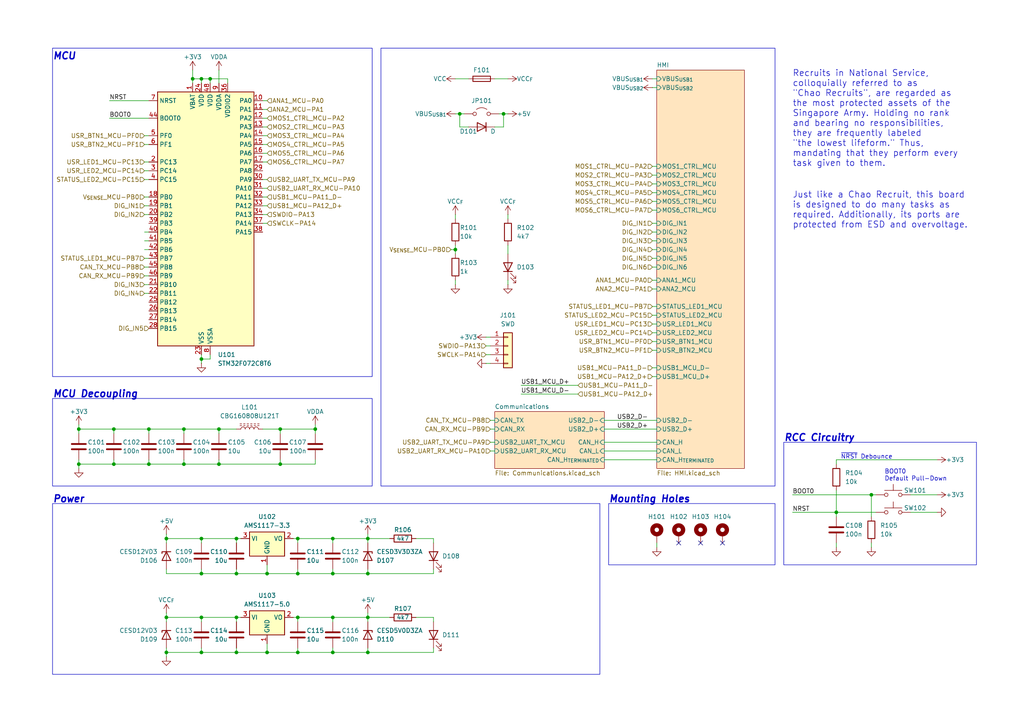
<source format=kicad_sch>
(kicad_sch (version 20231120) (generator "eeschema") (generator_version "8.0")
  (paper "A4")
  (title_block (title "Chao Recruit") (date "2024-09-29") (rev "1") (company "Scott CJX") (comment 1 "License: CERN-OHL-S-2.0") (comment 2 "Copyright © Scott CJX") (comment 3 "Licensed to Nanyang Venture Formula for NVF-2") (comment 4 "https://github.com/scott-cjx/Chao-Recruit"))
  (junction (at 96.52 166.37))
  (junction (at 91.44 124.46))
  (junction (at 86.36 179.07))
  (junction (at 63.5 134.62))
  (junction (at 53.34 134.62))
  (junction (at 63.5 124.46))
  (junction (at 68.58 156.21))
  (junction (at 58.42 189.23))
  (junction (at 33.02 124.46))
  (junction (at 146.05 33.02))
  (junction (at 81.28 134.62))
  (junction (at 58.42 166.37))
  (junction (at 33.02 134.62))
  (junction (at 86.36 166.37))
  (junction (at 58.42 179.07))
  (junction (at 96.52 156.21))
  (junction (at 96.52 179.07))
  (junction (at 106.68 189.23))
  (junction (at 43.18 134.62))
  (junction (at 106.68 156.21))
  (junction (at 48.26 156.21))
  (junction (at 96.52 189.23))
  (junction (at 48.26 189.23))
  (junction (at 60.96 22.86))
  (junction (at 132.08 72.39))
  (junction (at 22.86 124.46))
  (junction (at 58.42 156.21))
  (junction (at 22.86 134.62))
  (junction (at 68.58 166.37))
  (junction (at 55.88 22.86))
  (junction (at 58.42 22.86))
  (junction (at 48.26 179.07))
  (junction (at 53.34 124.46))
  (junction (at 86.36 189.23))
  (junction (at 252.73 143.51))
  (junction (at 43.18 124.46))
  (junction (at 58.42 104.14))
  (junction (at 81.28 124.46))
  (junction (at 133.35 33.02))
  (junction (at 68.58 189.23))
  (junction (at 77.47 166.37))
  (junction (at 106.68 166.37))
  (junction (at 77.47 189.23))
  (junction (at 242.57 148.59))
  (junction (at 106.68 179.07))
  (junction (at 86.36 156.21))
  (junction (at 68.58 179.07))
  (no_connect (at 196.85 157.48))
  (no_connect (at 209.55 157.48))
  (no_connect (at 203.2 157.48))
  (wire (pts (xy 86.36 187.96) (xy 86.36 189.23)))
  (wire (pts (xy 147.32 81.28) (xy 147.32 82.55)))
  (wire (pts (xy 48.26 154.94) (xy 48.26 156.21)))
  (wire (pts (xy 77.47 54.61) (xy 76.2 54.61)))
  (wire (pts (xy 77.47 62.23) (xy 76.2 62.23)))
  (wire (pts (xy 81.28 134.62) (xy 81.28 133.35)))
  (wire (pts (xy 55.88 20.32) (xy 55.88 22.86)))
  (wire (pts (xy 189.23 88.9) (xy 190.5 88.9)))
  (wire (pts (xy 22.86 134.62) (xy 22.86 133.35)))
  (wire (pts (xy 91.44 133.35) (xy 91.44 134.62)))
  (wire (pts (xy 143.51 22.86) (xy 147.32 22.86)))
  (wire (pts (xy 106.68 157.48) (xy 106.68 156.21)))
  (wire (pts (xy 86.36 156.21) (xy 86.36 157.48)))
  (wire (pts (xy 189.23 77.47) (xy 190.5 77.47)))
  (wire (pts (xy 68.58 156.21) (xy 68.58 157.48)))
  (wire (pts (xy 58.42 22.86) (xy 58.42 24.13)))
  (wire (pts (xy 132.08 82.55) (xy 132.08 81.28)))
  (wire (pts (xy 48.26 189.23) (xy 58.42 189.23)))
  (wire (pts (xy 41.91 41.91) (xy 43.18 41.91)))
  (wire (pts (xy 125.73 156.21) (xy 125.73 157.48)))
  (wire (pts (xy 33.02 134.62) (xy 43.18 134.62)))
  (wire (pts (xy 189.23 96.52) (xy 190.5 96.52)))
  (wire (pts (xy 252.73 149.86) (xy 252.73 143.51)))
  (wire (pts (xy 77.47 163.83) (xy 77.47 166.37)))
  (wire (pts (xy 41.91 82.55) (xy 43.18 82.55)))
  (wire (pts (xy 68.58 166.37) (xy 77.47 166.37)))
  (wire (pts (xy 264.16 143.51) (xy 271.78 143.51)))
  (wire (pts (xy 68.58 179.07) (xy 68.58 180.34)))
  (wire (pts (xy 53.34 124.46) (xy 53.34 125.73)))
  (wire (pts (xy 146.05 36.83) (xy 146.05 33.02)))
  (wire (pts (xy 189.23 48.26) (xy 190.5 48.26)))
  (wire (pts (xy 86.36 179.07) (xy 85.09 179.07)))
  (wire (pts (xy 190.5 22.86) (xy 189.23 22.86)))
  (wire (pts (xy 143.51 36.83) (xy 146.05 36.83)))
  (wire (pts (xy 41.91 72.39) (xy 43.18 72.39)))
  (wire (pts (xy 242.57 134.62) (xy 242.57 133.35)))
  (wire (pts (xy 175.26 124.46) (xy 190.5 124.46)))
  (wire (pts (xy 60.96 104.14) (xy 58.42 104.14)))
  (wire (pts (xy 229.87 143.51) (xy 252.73 143.51)))
  (wire (pts (xy 41.91 62.23) (xy 43.18 62.23)))
  (wire (pts (xy 22.86 134.62) (xy 33.02 134.62)))
  (wire (pts (xy 147.32 71.12) (xy 147.32 73.66)))
  (wire (pts (xy 106.68 177.8) (xy 106.68 179.07)))
  (wire (pts (xy 48.26 179.07) (xy 48.26 180.34)))
  (wire (pts (xy 140.97 102.87) (xy 142.24 102.87)))
  (wire (pts (xy 189.23 67.31) (xy 190.5 67.31)))
  (wire (pts (xy 86.36 165.1) (xy 86.36 166.37)))
  (wire (pts (xy 63.5 124.46) (xy 63.5 125.73)))
  (wire (pts (xy 86.36 179.07) (xy 96.52 179.07)))
  (wire (pts (xy 96.52 156.21) (xy 96.52 157.48)))
  (wire (pts (xy 96.52 165.1) (xy 96.52 166.37)))
  (wire (pts (xy 264.16 148.59) (xy 271.78 148.59)))
  (wire (pts (xy 86.36 156.21) (xy 85.09 156.21)))
  (wire (pts (xy 106.68 165.1) (xy 106.68 166.37)))
  (wire (pts (xy 31.75 29.21) (xy 43.18 29.21)))
  (wire (pts (xy 60.96 102.87) (xy 60.96 104.14)))
  (wire (pts (xy 135.89 36.83) (xy 133.35 36.83)))
  (wire (pts (xy 76.2 124.46) (xy 81.28 124.46)))
  (wire (pts (xy 120.65 156.21) (xy 125.73 156.21)))
  (wire (pts (xy 189.23 109.22) (xy 190.5 109.22)))
  (wire (pts (xy 120.65 179.07) (xy 125.73 179.07)))
  (wire (pts (xy 41.91 39.37) (xy 43.18 39.37)))
  (wire (pts (xy 189.23 99.06) (xy 190.5 99.06)))
  (wire (pts (xy 106.68 179.07) (xy 113.03 179.07)))
  (wire (pts (xy 151.13 114.3) (xy 167.64 114.3)))
  (wire (pts (xy 22.86 124.46) (xy 33.02 124.46)))
  (wire (pts (xy 77.47 59.69) (xy 76.2 59.69)))
  (wire (pts (xy 58.42 156.21) (xy 68.58 156.21)))
  (wire (pts (xy 48.26 156.21) (xy 48.26 157.48)))
  (wire (pts (xy 189.23 93.98) (xy 190.5 93.98)))
  (wire (pts (xy 33.02 134.62) (xy 33.02 133.35)))
  (wire (pts (xy 86.36 156.21) (xy 96.52 156.21)))
  (wire (pts (xy 33.02 124.46) (xy 43.18 124.46)))
  (wire (pts (xy 77.47 57.15) (xy 76.2 57.15)))
  (wire (pts (xy 132.08 62.23) (xy 132.08 63.5)))
  (wire (pts (xy 55.88 22.86) (xy 55.88 24.13)))
  (wire (pts (xy 106.68 166.37) (xy 125.73 166.37)))
  (wire (pts (xy 58.42 187.96) (xy 58.42 189.23)))
  (wire (pts (xy 242.57 148.59) (xy 242.57 149.86)))
  (wire (pts (xy 53.34 134.62) (xy 53.34 133.35)))
  (wire (pts (xy 60.96 24.13) (xy 60.96 22.86)))
  (wire (pts (xy 189.23 74.93) (xy 190.5 74.93)))
  (wire (pts (xy 189.23 69.85) (xy 190.5 69.85)))
  (wire (pts (xy 175.26 128.27) (xy 190.5 128.27)))
  (wire (pts (xy 58.42 156.21) (xy 58.42 157.48)))
  (wire (pts (xy 252.73 157.48) (xy 252.73 158.75)))
  (wire (pts (xy 58.42 104.14) (xy 58.42 105.41)))
  (wire (pts (xy 77.47 166.37) (xy 86.36 166.37)))
  (wire (pts (xy 106.68 189.23) (xy 125.73 189.23)))
  (wire (pts (xy 77.47 36.83) (xy 76.2 36.83)))
  (wire (pts (xy 58.42 189.23) (xy 68.58 189.23)))
  (wire (pts (xy 31.75 34.29) (xy 43.18 34.29)))
  (wire (pts (xy 96.52 156.21) (xy 106.68 156.21)))
  (wire (pts (xy 133.35 33.02) (xy 133.35 36.83)))
  (wire (pts (xy 96.52 189.23) (xy 86.36 189.23)))
  (wire (pts (xy 242.57 142.24) (xy 242.57 148.59)))
  (wire (pts (xy 77.47 31.75) (xy 76.2 31.75)))
  (wire (pts (xy 77.47 186.69) (xy 77.47 189.23)))
  (wire (pts (xy 66.04 24.13) (xy 66.04 22.86)))
  (wire (pts (xy 41.91 80.01) (xy 43.18 80.01)))
  (wire (pts (xy 189.23 55.88) (xy 190.5 55.88)))
  (wire (pts (xy 81.28 124.46) (xy 81.28 125.73)))
  (wire (pts (xy 63.5 20.32) (xy 63.5 24.13)))
  (wire (pts (xy 132.08 71.12) (xy 132.08 72.39)))
  (wire (pts (xy 86.36 179.07) (xy 86.36 180.34)))
  (wire (pts (xy 189.23 60.96) (xy 190.5 60.96)))
  (wire (pts (xy 190.5 25.4) (xy 189.23 25.4)))
  (wire (pts (xy 142.24 130.81) (xy 143.51 130.81)))
  (wire (pts (xy 135.89 22.86) (xy 132.08 22.86)))
  (wire (pts (xy 41.91 57.15) (xy 43.18 57.15)))
  (wire (pts (xy 189.23 72.39) (xy 190.5 72.39)))
  (wire (pts (xy 189.23 101.6) (xy 190.5 101.6)))
  (wire (pts (xy 68.58 165.1) (xy 68.58 166.37)))
  (wire (pts (xy 142.24 128.27) (xy 143.51 128.27)))
  (wire (pts (xy 77.47 41.91) (xy 76.2 41.91)))
  (wire (pts (xy 252.73 143.51) (xy 254 143.51)))
  (wire (pts (xy 189.23 50.8) (xy 190.5 50.8)))
  (wire (pts (xy 22.86 124.46) (xy 22.86 125.73)))
  (wire (pts (xy 41.91 69.85) (xy 43.18 69.85)))
  (wire (pts (xy 132.08 33.02) (xy 133.35 33.02)))
  (wire (pts (xy 58.42 179.07) (xy 58.42 180.34)))
  (wire (pts (xy 151.13 111.76) (xy 167.64 111.76)))
  (wire (pts (xy 63.5 134.62) (xy 81.28 134.62)))
  (wire (pts (xy 96.52 187.96) (xy 96.52 189.23)))
  (wire (pts (xy 41.91 46.99) (xy 43.18 46.99)))
  (wire (pts (xy 125.73 165.1) (xy 125.73 166.37)))
  (wire (pts (xy 58.42 179.07) (xy 68.58 179.07)))
  (wire (pts (xy 77.47 189.23) (xy 86.36 189.23)))
  (wire (pts (xy 58.42 165.1) (xy 58.42 166.37)))
  (wire (pts (xy 229.87 148.59) (xy 242.57 148.59)))
  (wire (pts (xy 77.47 34.29) (xy 76.2 34.29)))
  (wire (pts (xy 77.47 64.77) (xy 76.2 64.77)))
  (wire (pts (xy 96.52 189.23) (xy 106.68 189.23)))
  (wire (pts (xy 134.62 33.02) (xy 133.35 33.02)))
  (wire (pts (xy 41.91 49.53) (xy 43.18 49.53)))
  (wire (pts (xy 140.97 100.33) (xy 142.24 100.33)))
  (wire (pts (xy 58.42 102.87) (xy 58.42 104.14)))
  (wire (pts (xy 175.26 133.35) (xy 190.5 133.35)))
  (wire (pts (xy 190.5 158.75) (xy 190.5 157.48)))
  (wire (pts (xy 175.26 121.92) (xy 190.5 121.92)))
  (wire (pts (xy 58.42 22.86) (xy 60.96 22.86)))
  (wire (pts (xy 68.58 156.21) (xy 69.85 156.21)))
  (wire (pts (xy 22.86 134.62) (xy 22.86 135.89)))
  (wire (pts (xy 77.47 44.45) (xy 76.2 44.45)))
  (wire (pts (xy 48.26 166.37) (xy 58.42 166.37)))
  (wire (pts (xy 48.26 165.1) (xy 48.26 166.37)))
  (wire (pts (xy 66.04 22.86) (xy 60.96 22.86)))
  (wire (pts (xy 43.18 124.46) (xy 53.34 124.46)))
  (wire (pts (xy 106.68 187.96) (xy 106.68 189.23)))
  (wire (pts (xy 132.08 72.39) (xy 130.81 72.39)))
  (wire (pts (xy 189.23 53.34) (xy 190.5 53.34)))
  (wire (pts (xy 41.91 85.09) (xy 43.18 85.09)))
  (wire (pts (xy 125.73 179.07) (xy 125.73 180.34)))
  (wire (pts (xy 106.68 154.94) (xy 106.68 156.21)))
  (wire (pts (xy 144.78 33.02) (xy 146.05 33.02)))
  (wire (pts (xy 68.58 189.23) (xy 77.47 189.23)))
  (wire (pts (xy 77.47 39.37) (xy 76.2 39.37)))
  (wire (pts (xy 106.68 156.21) (xy 113.03 156.21)))
  (wire (pts (xy 53.34 124.46) (xy 63.5 124.46)))
  (wire (pts (xy 91.44 134.62) (xy 81.28 134.62)))
  (wire (pts (xy 189.23 91.44) (xy 190.5 91.44)))
  (wire (pts (xy 142.24 124.46) (xy 143.51 124.46)))
  (wire (pts (xy 41.91 77.47) (xy 43.18 77.47)))
  (wire (pts (xy 189.23 58.42) (xy 190.5 58.42)))
  (wire (pts (xy 142.24 121.92) (xy 143.51 121.92)))
  (wire (pts (xy 41.91 52.07) (xy 43.18 52.07)))
  (wire (pts (xy 106.68 180.34) (xy 106.68 179.07)))
  (wire (pts (xy 96.52 166.37) (xy 106.68 166.37)))
  (wire (pts (xy 41.91 74.93) (xy 43.18 74.93)))
  (wire (pts (xy 43.18 134.62) (xy 43.18 133.35)))
  (wire (pts (xy 77.47 46.99) (xy 76.2 46.99)))
  (wire (pts (xy 77.47 29.21) (xy 76.2 29.21)))
  (wire (pts (xy 41.91 67.31) (xy 43.18 67.31)))
  (wire (pts (xy 242.57 148.59) (xy 254 148.59)))
  (wire (pts (xy 96.52 166.37) (xy 86.36 166.37)))
  (wire (pts (xy 147.32 62.23) (xy 147.32 63.5)))
  (wire (pts (xy 189.23 83.82) (xy 190.5 83.82)))
  (wire (pts (xy 125.73 187.96) (xy 125.73 189.23)))
  (wire (pts (xy 242.57 133.35) (xy 271.78 133.35)))
  (wire (pts (xy 48.26 179.07) (xy 58.42 179.07)))
  (wire (pts (xy 63.5 124.46) (xy 68.58 124.46)))
  (wire (pts (xy 91.44 123.19) (xy 91.44 124.46)))
  (wire (pts (xy 146.05 33.02) (xy 147.32 33.02)))
  (wire (pts (xy 53.34 134.62) (xy 63.5 134.62)))
  (wire (pts (xy 140.97 105.41) (xy 142.24 105.41)))
  (wire (pts (xy 175.26 130.81) (xy 190.5 130.81)))
  (wire (pts (xy 41.91 59.69) (xy 43.18 59.69)))
  (wire (pts (xy 140.97 97.79) (xy 142.24 97.79)))
  (wire (pts (xy 189.23 81.28) (xy 190.5 81.28)))
  (wire (pts (xy 48.26 190.5) (xy 48.26 189.23)))
  (wire (pts (xy 58.42 166.37) (xy 68.58 166.37)))
  (wire (pts (xy 132.08 72.39) (xy 132.08 73.66)))
  (wire (pts (xy 68.58 179.07) (xy 69.85 179.07)))
  (wire (pts (xy 48.26 187.96) (xy 48.26 189.23)))
  (wire (pts (xy 91.44 124.46) (xy 91.44 125.73)))
  (wire (pts (xy 96.52 179.07) (xy 96.52 180.34)))
  (wire (pts (xy 189.23 106.68) (xy 190.5 106.68)))
  (wire (pts (xy 33.02 124.46) (xy 33.02 125.73)))
  (wire (pts (xy 77.47 52.07) (xy 76.2 52.07)))
  (wire (pts (xy 43.18 124.46) (xy 43.18 125.73)))
  (wire (pts (xy 43.18 134.62) (xy 53.34 134.62)))
  (wire (pts (xy 96.52 179.07) (xy 106.68 179.07)))
  (wire (pts (xy 81.28 124.46) (xy 91.44 124.46)))
  (wire (pts (xy 48.26 177.8) (xy 48.26 179.07)))
  (wire (pts (xy 63.5 134.62) (xy 63.5 133.35)))
  (wire (pts (xy 48.26 156.21) (xy 58.42 156.21)))
  (wire (pts (xy 22.86 123.19) (xy 22.86 124.46)))
  (wire (pts (xy 189.23 64.77) (xy 190.5 64.77)))
  (wire (pts (xy 242.57 157.48) (xy 242.57 158.75)))
  (wire (pts (xy 55.88 22.86) (xy 58.42 22.86)))
  (wire (pts (xy 68.58 187.96) (xy 68.58 189.23)))
  (rectangle (start 15.24 115.57) (end 107.95 140.97))
  (rectangle (start 110.49 13.97) (end 224.79 140.97))
  (rectangle (start 227.33 128.27) (end 283.21 163.83))
  (rectangle (start 176.53 146.05) (end 224.79 163.83))
  (rectangle (start 15.24 13.97) (end 107.95 109.22))
  (rectangle (start 15.24 146.05) (end 173.99 195.58))
  (text "Power" (at 15.24 146.05 0) (effects (font (size 2 2) (thickness 0.4) (bold yes) (italic yes)) (justify left bottom)))
  (text "BOOT0 \nDefault Pull-Down" (at 256.54 139.7 0) (effects (font (size 1.27 1.27)) (justify left bottom)))
  (text "Mounting Holes" (at 176.53 146.05 0) (effects (font (size 2 2) (thickness 0.4) (bold yes) (italic yes)) (justify left bottom)))
  (text "MCU Decoupling" (at 15.24 115.57 0) (effects (font (size 2 2) (thickness 0.4) (bold yes) (italic yes)) (justify left bottom)))
  (text "RCC Circuitry" (at 227.33 128.27 0) (effects (font (size 2 2) (thickness 0.4) (bold yes) (italic yes)) (justify left bottom)))
  (text "Just like a Chao Recruit, this board\nis designed to do many tasks as\nrequired. Additionally, its ports are\nprotected from ESD and overvoltage." (at 229.87 60.96 0) (effects (font (size 1.8 1.8)) (justify left)))
  (text "~{NRST} Debounce" (at 243.84 133.35 0) (effects (font (size 1.27 1.27)) (justify left bottom)))
  (text "Recruits in National Service,\ncolloquially referred to as\n\"Chao Recruits\", are regarded as\nthe most protected assets of the\nSingapore Army. Holding no rank\nand bearing no responsibilities,\nthey are frequently labeled\n\"the lowest lifeform.\" Thus, \nmandating that they perform every\ntask given to them." (at 229.87 20.32 0) (effects (font (size 1.8 1.8)) (justify left top)))
  (text "MCU" (at 15.24 15.24 0) (effects (font (size 2 2) (thickness 0.4) (bold yes) (italic yes)) (justify left top)))
  (label "NRST" (at 31.75 29.21 0))
  (label "USB2_D-" (at 187.96 121.92 180))
  (label "USB2_D+" (at 187.96 124.46 180))
  (label "BOOT0" (at 229.87 143.51 0))
  (label "NRST" (at 229.87 148.59 0))
  (label "USB1_MCU_D+" (at 151.13 111.76 0))
  (label "BOOT0" (at 31.75 34.29 0))
  (label "USB1_MCU_D-" (at 151.13 114.3 0))
  (hierarchical_label "USB2_UART_TX_MCU-PA9" (shape input) (at 77.47 52.07 0))
  (hierarchical_label "USB1_MCU-PA12_D+" (shape input) (at 189.23 109.22 180))
  (hierarchical_label "V_{SENSE}_MCU-PB0" (shape input) (at 41.91 57.15 180))
  (hierarchical_label "MOS5_CTRL_MCU-PA6" (shape input) (at 189.23 58.42 180))
  (hierarchical_label "USB1_MCU-PA11_D-" (shape input) (at 77.47 57.15 0))
  (hierarchical_label "USB2_UART_RX_MCU-PA10" (shape input) (at 77.47 54.61 0))
  (hierarchical_label "USR_LED2_MCU-PC14" (shape input) (at 41.91 49.53 180))
  (hierarchical_label "SWDIO-PA13" (shape input) (at 77.47 62.23 0))
  (hierarchical_label "DIG_IN3" (shape input) (at 41.91 82.55 180))
  (hierarchical_label "CAN_TX_MCU-PB8" (shape input) (at 142.24 121.92 180))
  (hierarchical_label "MOS3_CTRL_MCU-PA4" (shape input) (at 189.23 53.34 180))
  (hierarchical_label "CAN_RX_MCU-PB9" (shape input) (at 41.91 80.01 180))
  (hierarchical_label "SWDIO-PA13" (shape input) (at 140.97 100.33 180))
  (hierarchical_label "STATUS_LED1_MCU-PB7" (shape input) (at 41.91 74.93 180))
  (hierarchical_label "MOS3_CTRL_MCU-PA4" (shape input) (at 77.47 39.37 0))
  (hierarchical_label "MOS6_CTRL_MCU-PA7" (shape input) (at 189.23 60.96 180))
  (hierarchical_label "DIG_IN2" (shape input) (at 41.91 62.23 180))
  (hierarchical_label "ANA1_MCU-PA0" (shape input) (at 77.47 29.21 0))
  (hierarchical_label "USR_BTN2_MCU-PF1" (shape input) (at 41.91 41.91 180))
  (hierarchical_label "DIG_IN4" (shape input) (at 189.23 72.39 180))
  (hierarchical_label "DIG_IN1" (shape input) (at 189.23 64.77 180))
  (hierarchical_label "ANA2_MCU-PA1" (shape input) (at 77.47 31.75 0))
  (hierarchical_label "USB1_MCU-PA12_D+" (shape input) (at 167.64 114.3 0))
  (hierarchical_label "USR_BTN1_MCU-PF0" (shape input) (at 41.91 39.37 180))
  (hierarchical_label "DIG_IN5" (shape input) (at 43.18 95.25 180))
  (hierarchical_label "DIG_IN4" (shape input) (at 41.91 85.09 180))
  (hierarchical_label "MOS5_CTRL_MCU-PA6" (shape input) (at 77.47 44.45 0))
  (hierarchical_label "V_{SENSE}_MCU-PB0" (shape input) (at 130.81 72.39 180))
  (hierarchical_label "USR_LED2_MCU-PC14" (shape input) (at 189.23 96.52 180))
  (hierarchical_label "DIG_IN5" (shape input) (at 189.23 74.93 180))
  (hierarchical_label "MOS2_CTRL_MCU-PA3" (shape input) (at 77.47 36.83 0))
  (hierarchical_label "DIG_IN3" (shape input) (at 189.23 69.85 180))
  (hierarchical_label "MOS4_CTRL_MCU-PA5" (shape input) (at 189.23 55.88 180))
  (hierarchical_label "USB2_UART_RX_MCU-PA10" (shape input) (at 142.24 130.81 180))
  (hierarchical_label "USR_LED1_MCU-PC13" (shape input) (at 41.91 46.99 180))
  (hierarchical_label "ANA2_MCU-PA1" (shape input) (at 189.23 83.82 180))
  (hierarchical_label "MOS4_CTRL_MCU-PA5" (shape input) (at 77.47 41.91 0))
  (hierarchical_label "CAN_RX_MCU-PB9" (shape input) (at 142.24 124.46 180))
  (hierarchical_label "USB1_MCU-PA11_D-" (shape input) (at 189.23 106.68 180))
  (hierarchical_label "DIG_IN2" (shape input) (at 189.23 67.31 180))
  (hierarchical_label "STATUS_LED2_MCU-PC15" (shape input) (at 41.91 52.07 180))
  (hierarchical_label "DIG_IN1" (shape input) (at 41.91 59.69 180))
  (hierarchical_label "STATUS_LED1_MCU-PB7" (shape input) (at 189.23 88.9 180))
  (hierarchical_label "MOS1_CTRL_MCU-PA2" (shape input) (at 189.23 48.26 180))
  (hierarchical_label "ANA1_MCU-PA0" (shape input) (at 189.23 81.28 180))
  (hierarchical_label "USB2_UART_TX_MCU-PA9" (shape input) (at 142.24 128.27 180))
  (hierarchical_label "USB1_MCU-PA12_D+" (shape input) (at 77.47 59.69 0))
  (hierarchical_label "USR_LED1_MCU-PC13" (shape input) (at 189.23 93.98 180))
  (hierarchical_label "MOS1_CTRL_MCU-PA2" (shape input) (at 77.47 34.29 0))
  (hierarchical_label "USB1_MCU-PA11_D-" (shape input) (at 167.64 111.76 0))
  (hierarchical_label "STATUS_LED2_MCU-PC15" (shape input) (at 189.23 91.44 180))
  (hierarchical_label "USR_BTN2_MCU-PF1" (shape input) (at 189.23 101.6 180))
  (hierarchical_label "CAN_TX_MCU-PB8" (shape input) (at 41.91 77.47 180))
  (hierarchical_label "SWCLK-PA14" (shape input) (at 140.97 102.87 180))
  (hierarchical_label "MOS2_CTRL_MCU-PA3" (shape input) (at 189.23 50.8 180))
  (hierarchical_label "DIG_IN6" (shape input) (at 189.23 77.47 180))
  (hierarchical_label "USR_BTN1_MCU-PF0" (shape input) (at 189.23 99.06 180))
  (hierarchical_label "SWCLK-PA14" (shape input) (at 77.47 64.77 0))
  (hierarchical_label "MOS6_CTRL_MCU-PA7" (shape input) (at 77.47 46.99 0))
  (symbol (lib_id "Device:D_Zener") (at 48.26 184.15 90) (mirror x) (unit 1)
    (property "Reference" "D109" (at 45.72 185.4201 90) (effects (justify left)))
    (property "Value" "CESD12VD3" (at 45.72 182.8801 90) (effects (justify left)))
    (property "Footprint" "Diode_SMD:D_SOD-323" (effects (hide yes)))
    (property "Description" "Zener diode" (effects (hide yes)))
    (property "LCSC" "C2910088" (effects (hide yes)))
  )
  (symbol (lib_id "power:VBUS") (at 132.08 33.02 90) (unit 1)
    (property "Reference" "#PWR0107" (effects (hide yes)))
    (property "Value" "VBUS_{USB1}" (at 129.54 33.02 90) (effects (justify left)))
    (property "Description" "Power symbol creates a global label with name \"VBUS\"" (effects (hide yes)))
  )
  (symbol (lib_id "Device:R") (at 147.32 67.31 0) (unit 1)
    (property "Reference" "R102" (at 149.86 66.0399 0) (effects (justify left)))
    (property "Value" "4k7" (at 149.86 68.5799 0) (effects (justify left)))
    (property "Footprint" "Resistor_SMD:R_0402_1005Metric" (effects (hide yes)))
    (property "Description" "Resistor" (effects (hide yes)))
    (property "LCSC" "C25900" (effects (hide yes)))
  )
  (symbol (lib_id "power:+3V3") (at 106.68 154.94 0) (unit 1)
    (property "Reference" "#PWR0126" (effects (hide yes)))
    (property "Value" "+3V3" (at 106.68 151.13 0))
    (property "Description" "Power symbol creates a global label with name \"+3V3\"" (effects (hide yes)))
  )
  (symbol (lib_name "+5V_2") (lib_id "power:+5V") (at 106.68 177.8 0) (unit 1)
    (property "Reference" "#PWR0132" (effects (hide yes)))
    (property "Value" "+5V" (at 106.68 173.99 0))
    (property "Description" "Power symbol creates a global label with name \"+5V\"" (effects (hide yes)))
  )
  (symbol (lib_id "Device:R") (at 116.84 179.07 90) (unit 1)
    (property "Reference" "R107" (at 116.84 176.53 90))
    (property "Value" "4k7" (at 116.84 179.07 90))
    (property "Footprint" "Resistor_SMD:R_0402_1005Metric" (effects (hide yes)))
    (property "Description" "Resistor" (effects (hide yes)))
    (property "LCSC" "C25900" (effects (hide yes)))
  )
  (symbol (lib_id "Device:D_Zener") (at 48.26 161.29 90) (mirror x) (unit 1)
    (property "Reference" "D106" (at 45.72 162.5601 90) (effects (justify left)))
    (property "Value" "CESD12VD3" (at 45.72 160.0201 90) (effects (justify left)))
    (property "Footprint" "Diode_SMD:D_SOD-323" (effects (hide yes)))
    (property "Description" "Zener diode" (effects (hide yes)))
    (property "LCSC" "C2910088" (effects (hide yes)))
  )
  (symbol (lib_id "Device:R") (at 116.84 156.21 90) (unit 1)
    (property "Reference" "R106" (at 116.84 153.67 90))
    (property "Value" "4k7" (at 116.84 156.21 90))
    (property "Footprint" "Resistor_SMD:R_0402_1005Metric" (effects (hide yes)))
    (property "Description" "Resistor" (effects (hide yes)))
    (property "LCSC" "C25900" (effects (hide yes)))
  )
  (symbol (lib_id "Mechanical:MountingHole_Pad") (at 190.5 154.94 0) (unit 1) (exclude_from_sim yes) (in_bom no)
    (property "Reference" "H101" (at 190.5 149.86 0))
    (property "Value" "MountingHole_Pad" (effects (hide yes)))
    (property "Footprint" "MountingHole:MountingHole_4.3mm_M4_DIN965_Pad_TopBottom" (effects (hide yes)))
    (property "Description" "Mounting Hole with connection" (effects (hide yes)))
    (property "LCSC" "-" (effects (hide yes)))
  )
  (symbol (lib_id "Device:C") (at 68.58 161.29 0) (unit 1)
    (property "Reference" "C110" (at 66.04 160.02 0) (effects (justify right)))
    (property "Value" "10u" (at 66.04 162.56 0) (effects (justify right)))
    (property "Footprint" "Capacitor_SMD:C_0603_1608Metric" (effects (hide yes)))
    (property "Description" "Unpolarized capacitor" (effects (hide yes)))
    (property "LCSC" "C96446" (effects (hide yes)))
  )
  (symbol (lib_id "Device:C") (at 86.36 184.15 0) (mirror y) (unit 1)
    (property "Reference" "C115" (at 88.9 182.88 0) (effects (justify right)))
    (property "Value" "10u" (at 88.9 185.42 0) (effects (justify right)))
    (property "Footprint" "Capacitor_SMD:C_0603_1608Metric" (effects (hide yes)))
    (property "Description" "Unpolarized capacitor" (effects (hide yes)))
    (property "LCSC" "C96446" (effects (hide yes)))
  )
  (symbol (lib_id "Regulator_Linear:AMS1117-3.3") (at 77.47 156.21 0) (unit 1)
    (property "Reference" "U102" (at 77.47 149.86 0))
    (property "Value" "AMS1117-3.3" (at 77.47 152.4 0))
    (property "Footprint" "Package_TO_SOT_SMD:SOT-223-3_TabPin2" (effects (hide yes)))
    (property "Datasheet" "http://www.advanced-monolithic.com/pdf/ds1117.pdf" (effects (hide yes)))
    (property "Description" "1A Low Dropout regulator, positive, 3.3V fixed output, SOT-223" (effects (hide yes)))
    (property "LCSC" "C6186" (effects (hide yes)))
  )
  (symbol (lib_id "power:GND") (at 58.42 105.41 0) (unit 1)
    (property "Reference" "#PWR0116" (effects (hide yes)))
    (property "Value" "GND" (effects (hide yes)))
  )
  (symbol (lib_name "+5V_2") (lib_id "power:+5V") (at 48.26 154.94 0) (unit 1)
    (property "Reference" "#PWR0125" (effects (hide yes)))
    (property "Value" "+5V" (at 48.26 151.13 0))
    (property "Description" "Power symbol creates a global label with name \"+5V\"" (effects (hide yes)))
  )
  (symbol (lib_id "Device:R") (at 242.57 138.43 0) (unit 1)
    (property "Reference" "R104" (at 245.11 137.16 0) (effects (justify left)))
    (property "Value" "10k" (at 245.11 139.7 0) (effects (justify left)))
    (property "Footprint" "Resistor_SMD:R_0402_1005Metric" (effects (hide yes)))
    (property "LCSC" "C25744" (effects (hide yes)))
  )
  (symbol (lib_id "Device:C") (at 96.52 161.29 0) (mirror y) (unit 1)
    (property "Reference" "C112" (at 99.06 160.02 0) (effects (justify right)))
    (property "Value" "100n" (at 99.06 162.56 0) (effects (justify right)))
    (property "Footprint" "Capacitor_SMD:C_0402_1005Metric" (effects (hide yes)))
    (property "Description" "Unpolarized capacitor" (effects (hide yes)))
    (property "LCSC" "C307331" (effects (hide yes)))
  )
  (symbol (lib_id "power:GND") (at 22.86 135.89 0) (mirror y) (unit 1)
    (property "Reference" "#PWR0121" (effects (hide yes)))
    (property "Value" "GND" (effects (hide yes)))
    (property "Description" "Power symbol creates a global label with name \"GND\" , ground" (effects (hide yes)))
  )
  (symbol (lib_id "Mechanical:MountingHole_Pad") (at 203.2 154.94 0) (unit 1) (exclude_from_sim yes) (in_bom no)
    (property "Reference" "H103" (at 203.2 149.86 0))
    (property "Value" "MountingHole_Pad" (effects (hide yes)))
    (property "Footprint" "MountingHole:MountingHole_4.3mm_M4_DIN965_Pad_TopBottom" (effects (hide yes)))
    (property "Description" "Mounting Hole with connection" (effects (hide yes)))
    (property "LCSC" "-" (effects (hide yes)))
  )
  (symbol (lib_id "power:VCC") (at 147.32 22.86 270) (mirror x) (unit 1)
    (property "Reference" "#PWR0104" (effects (hide yes)))
    (property "Value" "VCC_{F}" (at 149.86 22.86 90) (effects (justify left)))
    (property "Description" "Power symbol creates a global label with name \"VCC\"" (effects (hide yes)))
  )
  (symbol (lib_id "Device:C") (at 86.36 161.29 0) (mirror y) (unit 1)
    (property "Reference" "C111" (at 88.9 160.02 0) (effects (justify right)))
    (property "Value" "10u" (at 88.9 162.56 0) (effects (justify right)))
    (property "Footprint" "Capacitor_SMD:C_0603_1608Metric" (effects (hide yes)))
    (property "Description" "Unpolarized capacitor" (effects (hide yes)))
    (property "LCSC" "C96446" (effects (hide yes)))
  )
  (symbol (lib_id "Mechanical:MountingHole_Pad") (at 196.85 154.94 0) (unit 1) (exclude_from_sim yes) (in_bom no)
    (property "Reference" "H102" (at 196.85 149.86 0))
    (property "Value" "MountingHole_Pad" (effects (hide yes)))
    (property "Footprint" "MountingHole:MountingHole_4.3mm_M4_DIN965_Pad_TopBottom" (effects (hide yes)))
    (property "Description" "Mounting Hole with connection" (effects (hide yes)))
    (property "LCSC" "-" (effects (hide yes)))
  )
  (symbol (lib_id "Device:C") (at 43.18 129.54 0) (mirror y) (unit 1)
    (property "Reference" "C103" (at 45.72 128.27 0) (effects (justify right)))
    (property "Value" "100n" (at 45.72 130.81 0) (effects (justify right)))
    (property "Footprint" "Capacitor_SMD:C_0402_1005Metric" (effects (hide yes)))
    (property "Description" "Unpolarized capacitor" (effects (hide yes)))
    (property "LCSC" "C307331" (effects (hide yes)))
  )
  (symbol (lib_id "Device:C") (at 96.52 184.15 0) (mirror y) (unit 1)
    (property "Reference" "C116" (at 99.06 182.88 0) (effects (justify right)))
    (property "Value" "100n" (at 99.06 185.42 0) (effects (justify right)))
    (property "Footprint" "Capacitor_SMD:C_0402_1005Metric" (effects (hide yes)))
    (property "Description" "Unpolarized capacitor" (effects (hide yes)))
    (property "LCSC" "C307331" (effects (hide yes)))
  )
  (symbol (lib_id "Device:C") (at 81.28 129.54 0) (unit 1)
    (property "Reference" "C106" (at 78.74 128.27 0) (effects (justify right)))
    (property "Value" "10u" (at 78.74 130.81 0) (effects (justify right)))
    (property "Footprint" "Capacitor_SMD:C_0603_1608Metric" (effects (hide yes)))
    (property "Description" "Unpolarized capacitor" (effects (hide yes)))
    (property "LCSC" "C96446" (effects (hide yes)))
  )
  (symbol (lib_id "Device:R") (at 252.73 153.67 0) (unit 1)
    (property "Reference" "R105" (at 255.27 152.4 0) (effects (justify left)))
    (property "Value" "10k" (at 255.27 154.94 0) (effects (justify left)))
    (property "Footprint" "Resistor_SMD:R_0402_1005Metric" (effects (hide yes)))
    (property "LCSC" "C25744" (effects (hide yes)))
  )
  (symbol (lib_id "power:VCC") (at 48.26 177.8 0) (unit 1)
    (property "Reference" "#PWR0131" (effects (hide yes)))
    (property "Value" "VCC_{F}" (at 48.26 173.99 0))
    (property "Description" "Power symbol creates a global label with name \"VCC\"" (effects (hide yes)))
  )
  (symbol (lib_id "Device:D_Zener") (at 106.68 161.29 270) (unit 1)
    (property "Reference" "D107" (at 109.22 162.5601 90) (effects (justify left)))
    (property "Value" "CESD3V3D3ZA" (at 109.22 160.0201 90) (effects (justify left)))
    (property "Footprint" "Diode_SMD:D_SOD-323" (effects (hide yes)))
    (property "Description" "Zener diode" (effects (hide yes)))
    (property "LCSC" "C38388" (effects (hide yes)))
  )
  (symbol (lib_id "Connector_Generic:Conn_01x04") (at 147.32 100.33 0) (unit 1)
    (property "Reference" "J101" (at 147.32 91.44 0))
    (property "Value" "SWD" (at 147.32 93.98 0))
    (property "Footprint" "Connector_PinHeader_2.54mm:PinHeader_1x04_P2.54mm_Vertical" (effects (hide yes)))
    (property "Description" "Generic connector, single row, 01x04, script generated (kicad-library-utils/schlib/autogen/connector/)" (effects (hide yes)))
    (property "LCSC" "-" (effects (hide yes)))
  )
  (symbol (lib_id "power:VCC") (at 132.08 22.86 90) (unit 1)
    (property "Reference" "#PWR0103" (effects (hide yes)))
    (property "Value" "VCC" (at 129.54 22.86 90) (effects (justify left)))
    (property "Description" "Power symbol creates a global label with name \"VCC\"" (effects (hide yes)))
  )
  (symbol (lib_id "power:VBUS") (at 189.23 22.86 90) (unit 1)
    (property "Reference" "#PWR0105" (effects (hide yes)))
    (property "Value" "VBUS_{USB1}" (at 186.69 22.86 90) (effects (justify left)))
    (property "Description" "Power symbol creates a global label with name \"VBUS\"" (effects (hide yes)))
  )
  (symbol (lib_id "MCU_ST_STM32F0:STM32F072C8Tx") (at 58.42 64.77 0) (unit 1)
    (property "Reference" "U101" (at 63.1541 102.87 0) (effects (justify left)))
    (property "Value" "STM32F072C8T6" (at 63.1541 105.41 0) (effects (justify left)))
    (property "Footprint" "Package_QFP:LQFP-48_7x7mm_P0.5mm" (effects (hide yes)))
    (property "Datasheet" "https://www.st.com/resource/en/datasheet/stm32f072c8.pdf" (effects (hide yes)))
    (property "Description" "STMicroelectronics Arm Cortex-M0 MCU, 64KB flash, 16KB RAM, 48 MHz, 2.0-3.6V, 37 GPIO, LQFP48" (effects (hide yes)))
    (property "LCSC" "C80488" (effects (hide yes)))
  )
  (symbol (lib_id "Device:C") (at 58.42 161.29 0) (unit 1)
    (property "Reference" "C109" (at 55.88 160.02 0) (effects (justify right)))
    (property "Value" "100n" (at 55.88 162.56 0) (effects (justify right)))
    (property "Footprint" "Capacitor_SMD:C_0402_1005Metric" (effects (hide yes)))
    (property "Description" "Unpolarized capacitor" (effects (hide yes)))
    (property "LCSC" "C307331" (effects (hide yes)))
  )
  (symbol (lib_id "Device:C") (at 53.34 129.54 0) (mirror y) (unit 1)
    (property "Reference" "C104" (at 55.88 128.27 0) (effects (justify right)))
    (property "Value" "100n" (at 55.88 130.81 0) (effects (justify right)))
    (property "Footprint" "Capacitor_SMD:C_0402_1005Metric" (effects (hide yes)))
    (property "Description" "Unpolarized capacitor" (effects (hide yes)))
    (property "LCSC" "C307331" (effects (hide yes)))
  )
  (symbol (lib_id "Device:D_Zener") (at 106.68 184.15 270) (unit 1)
    (property "Reference" "D110" (at 109.22 185.4201 90) (effects (justify left)))
    (property "Value" "CESD5V0D3ZA" (at 109.22 182.8801 90) (effects (justify left)))
    (property "Footprint" "Diode_SMD:D_SOD-323" (effects (hide yes)))
    (property "Description" "Zener diode" (effects (hide yes)))
    (property "LCSC" "C19829531" (effects (hide yes)))
  )
  (symbol (lib_id "Device:LED") (at 147.32 77.47 90) (unit 1)
    (property "Reference" "D103" (at 152.4 77.47 90))
    (property "Value" "Red LED" (effects (hide yes)))
    (property "Footprint" "LED_SMD:LED_0603_1608Metric" (effects (hide yes)))
    (property "Description" "Light emitting diode" (effects (hide yes)))
    (property "LCSC" "C2286" (effects (hide yes)))
  )
  (symbol (lib_name "+3V3_1") (lib_id "power:+3V3") (at 140.97 97.79 90) (unit 1)
    (property "Reference" "#PWR0115" (effects (hide yes)))
    (property "Value" "+3V3" (at 138.43 97.79 90) (effects (justify left)))
    (property "Description" "Power symbol creates a global label with name \"+3V3\"" (effects (hide yes)))
  )
  (symbol (lib_id "Device:R") (at 132.08 77.47 0) (unit 1)
    (property "Reference" "R103" (at 133.35 76.2 0) (effects (justify left)))
    (property "Value" "1k" (at 133.35 78.74 0) (effects (justify left)))
    (property "Footprint" "Resistor_SMD:R_0402_1005Metric" (effects (hide yes)))
    (property "Description" "Resistor" (effects (hide yes)))
    (property "LCSC" "C11702" (effects (hide yes)))
  )
  (symbol (lib_id "Device:R") (at 132.08 67.31 0) (unit 1)
    (property "Reference" "R101" (at 133.35 66.04 0) (effects (justify left)))
    (property "Value" "10k" (at 133.35 68.58 0) (effects (justify left)))
    (property "Footprint" "Resistor_SMD:R_0402_1005Metric" (effects (hide yes)))
    (property "Description" "Resistor" (effects (hide yes)))
    (property "LCSC" "C25744" (effects (hide yes)))
  )
  (symbol (lib_id "Switch:SW_Push") (at 259.08 148.59 0) (unit 1)
    (property "Reference" "SW102" (at 265.43 147.32 0))
    (property "Value" "SW_Push" (effects (hide yes)))
    (property "Footprint" "NVF-Kicad:PushBtn_TS-1187A-B-A-B" (effects (hide yes)))
    (property "LCSC" "C318884" (effects (hide yes)))
  )
  (symbol (lib_id "power:GND") (at 132.08 82.55 0) (unit 1)
    (property "Reference" "#PWR0113" (effects (hide yes)))
    (property "Value" "GND" (effects (hide yes)))
    (property "Description" "Power symbol creates a global label with name \"GND\" , ground" (effects (hide yes)))
  )
  (symbol (lib_id "power:GND") (at 140.97 105.41 270) (unit 1)
    (property "Reference" "#PWR0117" (effects (hide yes)))
    (property "Value" "GND" (effects (hide yes)))
    (property "Description" "Power symbol creates a global label with name \"GND\" , ground" (effects (hide yes)))
  )
  (symbol (lib_id "Jumper:Jumper_2_Open") (at 139.7 33.02 0) (unit 1) (exclude_from_sim yes)
    (property "Reference" "JP101" (at 139.7 29.21 0))
    (property "Value" "Jumper_2_Open" (effects (hide yes)))
    (property "Footprint" "Connector_PinHeader_2.54mm:PinHeader_1x02_P2.54mm_Vertical" (effects (hide yes)))
    (property "Description" "Jumper, 2-pole, open" (effects (hide yes)))
    (property "LCSC" "-" (effects (hide yes)))
  )
  (symbol (lib_id "power:GND") (at 147.32 82.55 0) (unit 1)
    (property "Reference" "#PWR0114" (effects (hide yes)))
    (property "Value" "GND" (effects (hide yes)))
    (property "Description" "Power symbol creates a global label with name \"GND\" , ground" (effects (hide yes)))
  )
  (symbol (lib_id "Device:C") (at 33.02 129.54 0) (mirror y) (unit 1)
    (property "Reference" "C102" (at 35.56 128.27 0) (effects (justify right)))
    (property "Value" "100n" (at 35.56 130.81 0) (effects (justify right)))
    (property "Footprint" "Capacitor_SMD:C_0402_1005Metric" (effects (hide yes)))
    (property "Description" "Unpolarized capacitor" (effects (hide yes)))
    (property "LCSC" "C307331" (effects (hide yes)))
  )
  (symbol (lib_id "power:+5V") (at 147.32 33.02 270) (unit 1)
    (property "Reference" "#PWR0108" (effects (hide yes)))
    (property "Value" "+5V" (at 149.86 33.02 90) (effects (justify left)))
    (property "Description" "Power symbol creates a global label with name \"+5V\"" (effects (hide yes)))
  )
  (symbol (lib_id "power:+3V3") (at 22.86 123.19 0) (unit 1)
    (property "Reference" "#PWR0118" (effects (hide yes)))
    (property "Value" "+3V3" (at 22.86 119.38 0))
    (property "Description" "Power symbol creates a global label with name \"+3V3\"" (effects (hide yes)))
  )
  (symbol (lib_id "power:VCC") (at 147.32 62.23 0) (mirror y) (unit 1)
    (property "Reference" "#PWR0112" (effects (hide yes)))
    (property "Value" "VCC_{F}" (at 147.32 58.42 0))
    (property "Description" "Power symbol creates a global label with name \"VCC\"" (effects (hide yes)))
  )
  (symbol (lib_id "power:+3V3") (at 271.78 143.51 270) (unit 1)
    (property "Reference" "#PWR0122" (effects (hide yes)))
    (property "Value" "+3V3" (at 274.32 143.51 90) (effects (justify left)))
  )
  (symbol (lib_id "Mechanical:MountingHole_Pad") (at 209.55 154.94 0) (unit 1) (exclude_from_sim yes) (in_bom no)
    (property "Reference" "H104" (at 209.55 149.86 0))
    (property "Value" "MountingHole_Pad" (effects (hide yes)))
    (property "Footprint" "MountingHole:MountingHole_4.3mm_M4_DIN965_Pad_TopBottom" (effects (hide yes)))
    (property "Description" "Mounting Hole with connection" (effects (hide yes)))
    (property "LCSC" "-" (effects (hide yes)))
  )
  (symbol (lib_id "Device:LED") (at 125.73 161.29 90) (unit 1)
    (property "Reference" "D108" (at 130.81 161.29 90))
    (property "Value" "Red LED" (effects (hide yes)))
    (property "Footprint" "LED_SMD:LED_0603_1608Metric" (effects (hide yes)))
    (property "Description" "Light emitting diode" (effects (hide yes)))
    (property "LCSC" "C2286" (effects (hide yes)))
  )
  (symbol (lib_id "Device:D") (at 139.7 36.83 180) (unit 1)
    (property "Reference" "D101" (at 138.43 38.1 0) (effects (justify left)))
    (property "Value" "D" (at 142.24 38.1 0) (effects (justify right)))
    (property "Footprint" "Diode_SMD:D_SOD-323" (effects (hide yes)))
    (property "Description" "Diode" (effects (hide yes)))
    (property "Sim.Device" "D" (effects (hide yes)))
    (property "Sim.Pins" "1=K 2=A" (effects (hide yes)))
    (property "LCSC" "C191023" (effects (hide yes)))
  )
  (symbol (lib_id "Device:L_Ferrite") (at 72.39 124.46 90) (unit 1)
    (property "Reference" "L101" (at 72.39 118.11 90))
    (property "Value" "CBG160808U121T" (at 72.39 120.65 90))
    (property "Footprint" "Inductor_SMD:L_0603_1608Metric" (effects (hide yes)))
    (property "Description" "Inductor with ferrite core" (effects (hide yes)))
    (property "LCSC" "C50843" (effects (hide yes)))
  )
  (symbol (lib_id "power:VCC") (at 132.08 62.23 0) (mirror y) (unit 1)
    (property "Reference" "#PWR0111" (effects (hide yes)))
    (property "Value" "VCC_{F}" (at 132.08 58.42 0))
    (property "Description" "Power symbol creates a global label with name \"VCC\"" (effects (hide yes)))
  )
  (symbol (lib_id "Device:LED") (at 125.73 184.15 90) (unit 1)
    (property "Reference" "D111" (at 130.81 184.15 90))
    (property "Value" "Red LED" (effects (hide yes)))
    (property "Footprint" "LED_SMD:LED_0603_1608Metric" (effects (hide yes)))
    (property "Description" "Light emitting diode" (effects (hide yes)))
    (property "LCSC" "C2286" (effects (hide yes)))
  )
  (symbol (lib_id "Device:C") (at 58.42 184.15 0) (unit 1)
    (property "Reference" "C113" (at 55.88 182.88 0) (effects (justify right)))
    (property "Value" "100n" (at 55.88 185.42 0) (effects (justify right)))
    (property "Footprint" "Capacitor_SMD:C_0402_1005Metric" (effects (hide yes)))
    (property "Description" "Unpolarized capacitor" (effects (hide yes)))
    (property "LCSC" "C307331" (effects (hide yes)))
  )
  (symbol (lib_id "Device:C") (at 242.57 153.67 0) (unit 1)
    (property "Reference" "C108" (at 245.11 152.4 0) (effects (justify left)))
    (property "Value" "100n" (at 245.11 154.94 0) (effects (justify left)))
    (property "Footprint" "Capacitor_SMD:C_0402_1005Metric" (effects (hide yes)))
    (property "LCSC" "C307331" (effects (hide yes)))
  )
  (symbol (lib_id "power:GND") (at 252.73 158.75 0) (unit 1)
    (property "Reference" "#PWR0129" (effects (hide yes)))
    (property "Value" "GND" (effects (hide yes)))
  )
  (symbol (lib_id "power:VDDA") (at 63.5 20.32 0) (unit 1)
    (property "Reference" "#PWR0102" (effects (hide yes)))
    (property "Value" "VDDA" (at 63.5 16.51 0))
    (property "Description" "Power symbol creates a global label with name \"VDDA\"" (effects (hide yes)))
  )
  (symbol (lib_id "power:GND") (at 190.5 158.75 0) (unit 1)
    (property "Reference" "#PWR0127" (effects (hide yes)))
    (property "Value" "GND" (effects (hide yes)))
    (property "Description" "Power symbol creates a global label with name \"GND\" , ground" (effects (hide yes)))
  )
  (symbol (lib_id "Device:C") (at 68.58 184.15 0) (unit 1)
    (property "Reference" "C114" (at 66.04 182.88 0) (effects (justify right)))
    (property "Value" "10u" (at 66.04 185.42 0) (effects (justify right)))
    (property "Footprint" "Capacitor_SMD:C_0603_1608Metric" (effects (hide yes)))
    (property "Description" "Unpolarized capacitor" (effects (hide yes)))
    (property "LCSC" "C96446" (effects (hide yes)))
  )
  (symbol (lib_id "power:VBUS") (at 189.23 25.4 90) (unit 1)
    (property "Reference" "#PWR0106" (effects (hide yes)))
    (property "Value" "VBUS_{USB2}" (at 186.69 25.4 90) (effects (justify left)))
    (property "Description" "Power symbol creates a global label with name \"VBUS\"" (effects (hide yes)))
  )
  (symbol (lib_name "+3V3_3") (lib_id "power:+3V3") (at 55.88 20.32 0) (unit 1)
    (property "Reference" "#PWR0101" (effects (hide yes)))
    (property "Value" "+3V3" (at 55.88 16.51 0))
    (property "Description" "Power symbol creates a global label with name \"+3V3\"" (effects (hide yes)))
  )
  (symbol (lib_id "Device:Fuse") (at 139.7 22.86 90) (unit 1)
    (property "Reference" "F101" (at 139.7 20.32 90))
    (property "Value" "Fuse" (effects (hide yes)))
    (property "Footprint" "NVF-Kicad:FUSE-Littelfuse_Nano2_154x" (effects (hide yes)))
    (property "LCSC" "C206919" (effects (hide yes)))
  )
  (symbol (lib_id "Device:C") (at 91.44 129.54 0) (unit 1)
    (property "Reference" "C107" (at 88.9 128.27 0) (effects (justify right)))
    (property "Value" "100n" (at 88.9 130.81 0) (effects (justify right)))
    (property "Footprint" "Capacitor_SMD:C_0402_1005Metric" (effects (hide yes)))
    (property "Description" "Unpolarized capacitor" (effects (hide yes)))
    (property "LCSC" "C307331" (effects (hide yes)))
  )
  (symbol (lib_id "power:GND") (at 48.26 190.5 0) (mirror y) (unit 1)
    (property "Reference" "#PWR0133" (effects (hide yes)))
    (property "Value" "GND" (effects (hide yes)))
    (property "Description" "Power symbol creates a global label with name \"GND\" , ground" (effects (hide yes)))
  )
  (symbol (lib_id "Device:C") (at 22.86 129.54 0) (mirror y) (unit 1)
    (property "Reference" "C101" (at 25.4 128.27 0) (effects (justify right)))
    (property "Value" "100n" (at 25.4 130.81 0) (effects (justify right)))
    (property "Footprint" "Capacitor_SMD:C_0402_1005Metric" (effects (hide yes)))
    (property "Description" "Unpolarized capacitor" (effects (hide yes)))
    (property "LCSC" "C307331" (effects (hide yes)))
  )
  (symbol (lib_id "power:GND") (at 242.57 158.75 0) (unit 1)
    (property "Reference" "#PWR0128" (effects (hide yes)))
    (property "Value" "GND" (effects (hide yes)))
  )
  (symbol (lib_id "power:+3V3") (at 271.78 133.35 270) (unit 1)
    (property "Reference" "#PWR0120" (effects (hide yes)))
    (property "Value" "+3V3" (at 274.32 133.35 90) (effects (justify left)))
  )
  (symbol (lib_id "Switch:SW_Push") (at 259.08 143.51 0) (unit 1)
    (property "Reference" "SW101" (at 265.43 142.24 0))
    (property "Value" "SW_Push" (effects (hide yes)))
    (property "Footprint" "NVF-Kicad:PushBtn_TS-1187A-B-A-B" (effects (hide yes)))
    (property "LCSC" "C318884" (effects (hide yes)))
  )
  (symbol (lib_id "Regulator_Linear:AMS1117-5.0") (at 77.47 179.07 0) (unit 1)
    (property "Reference" "U103" (at 77.47 172.72 0))
    (property "Value" "AMS1117-5.0" (at 77.47 175.26 0))
    (property "Footprint" "Package_TO_SOT_SMD:SOT-223-3_TabPin2" (effects (hide yes)))
    (property "Datasheet" "http://www.advanced-monolithic.com/pdf/ds1117.pdf" (effects (hide yes)))
    (property "Description" "1A Low Dropout regulator, positive, 5.0V fixed output, SOT-223" (effects (hide yes)))
    (property "LCSC" "C6187" (effects (hide yes)))
  )
  (symbol (lib_id "Device:C") (at 63.5 129.54 0) (mirror y) (unit 1)
    (property "Reference" "C105" (at 66.04 128.27 0) (effects (justify right)))
    (property "Value" "10u" (at 66.04 130.81 0) (effects (justify right)))
    (property "Footprint" "Capacitor_SMD:C_0603_1608Metric" (effects (hide yes)))
    (property "Description" "Unpolarized capacitor" (effects (hide yes)))
    (property "LCSC" "C96446" (effects (hide yes)))
  )
  (symbol (lib_id "power:VDDA") (at 91.44 123.19 0) (unit 1)
    (property "Reference" "#PWR0119" (effects (hide yes)))
    (property "Value" "VDDA" (at 91.44 119.38 0))
    (property "Description" "Power symbol creates a global label with name \"VDDA\"" (effects (hide yes)))
  )
  (symbol (lib_id "power:GND") (at 271.78 148.59 90) (unit 1)
    (property "Reference" "#PWR0123" (effects (hide yes)))
    (property "Value" "GND" (effects (hide yes)))
  )
  (sheet (at 143.51 119.38) (size 31.75 16.51) (stroke (width 0.1524)) (fill (color 255 229 191 1.0000))
    (property "Sheetname" "Communications" (at 143.51 118.6684 0) (effects (justify left bottom)))
    (property "Sheetfile" "Communications.kicad_sch" (at 143.51 136.4746 0) (effects (justify left top)))
    (pin "CAN_TX" input (at 143.51 121.92 180))
    (pin "CAN_RX" input (at 143.51 124.46 180))
    (pin "CAN_H" input (at 175.26 128.27 0))
    (pin "CAN_L" input (at 175.26 130.81 0))
    (pin "USB2_UART_TX_MCU" input (at 143.51 128.27 180))
    (pin "USB2_UART_RX_MCU" input (at 143.51 130.81 180))
    (pin "USB2_D-" input (at 175.26 121.92 0))
    (pin "USB2_D+" input (at 175.26 124.46 0))
    (pin "CAN_H_{TERMINATED}" input (at 175.26 133.35 0))
  )
  (sheet (at 190.5 20.32) (size 25.4 115.57) (stroke (width 0.1524)) (fill (color 255 229 191 1.0000))
    (property "Sheetname" "HMI" (at 190.5 19.6084 0) (effects (justify left bottom)))
    (property "Sheetfile" "HMI.kicad_sch" (at 190.5 136.4746 0) (effects (justify left top)))
    (pin "USR_LED2_MCU" input (at 190.5 96.52 180))
    (pin "USR_LED1_MCU" input (at 190.5 93.98 180))
    (pin "DIG_IN3" input (at 190.5 69.85 180))
    (pin "DIG_IN5" input (at 190.5 74.93 180))
    (pin "DIG_IN2" input (at 190.5 67.31 180))
    (pin "DIG_IN1" input (at 190.5 64.77 180))
    (pin "DIG_IN4" input (at 190.5 72.39 180))
    (pin "STATUS_LED1_MCU" input (at 190.5 88.9 180))
    (pin "STATUS_LED2_MCU" input (at 190.5 91.44 180))
    (pin "ANA1_MCU" input (at 190.5 81.28 180))
    (pin "ANA2_MCU" input (at 190.5 83.82 180))
    (pin "USR_BTN1_MCU" input (at 190.5 99.06 180))
    (pin "USR_BTN2_MCU" input (at 190.5 101.6 180))
    (pin "MOS5_CTRL_MCU" input (at 190.5 58.42 180))
    (pin "MOS3_CTRL_MCU" input (at 190.5 53.34 180))
    (pin "MOS4_CTRL_MCU" input (at 190.5 55.88 180))
    (pin "MOS6_CTRL_MCU" input (at 190.5 60.96 180))
    (pin "MOS1_CTRL_MCU" input (at 190.5 48.26 180))
    (pin "MOS2_CTRL_MCU" input (at 190.5 50.8 180))
    (pin "USB1_MCU_D-" input (at 190.5 106.68 180))
    (pin "USB1_MCU_D+" input (at 190.5 109.22 180))
    (pin "USB2_D+" input (at 190.5 124.46 180))
    (pin "USB2_D-" input (at 190.5 121.92 180))
    (pin "VBUS_{USB2}" input (at 190.5 25.4 180))
    (pin "VBUS_{USB1}" input (at 190.5 22.86 180))
    (pin "DIG_IN6" input (at 190.5 77.47 180))
    (pin "CAN_H" input (at 190.5 128.27 180))
    (pin "CAN_L" input (at 190.5 130.81 180))
    (pin "CAN_H_{TERMINATED}" input (at 190.5 133.35 180))
  )
)
</source>
